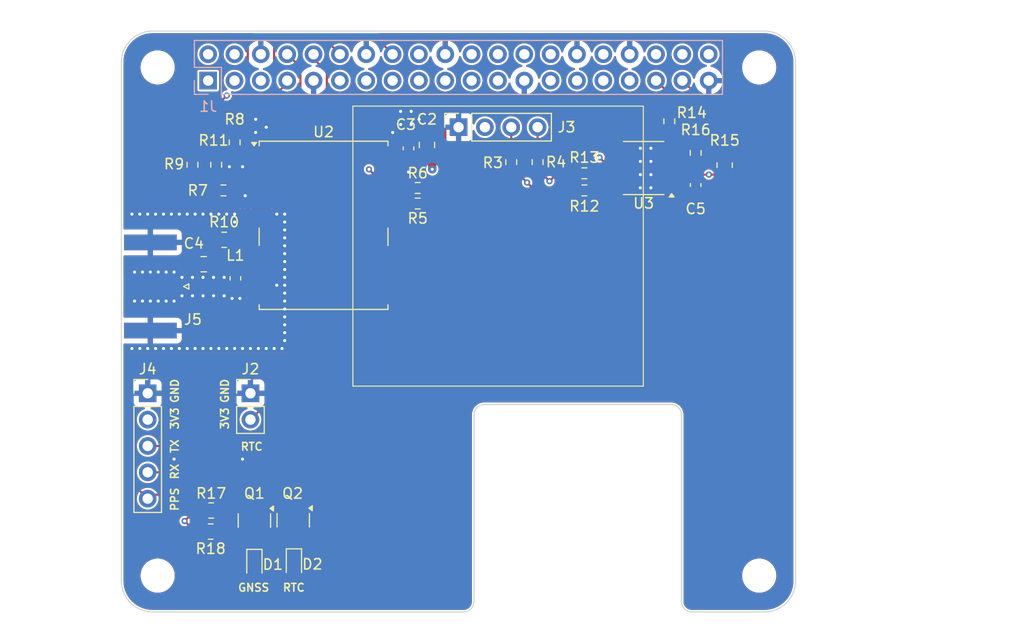
<source format=kicad_pcb>
(kicad_pcb (version 20241229) (generator "pcbnew") (generator_version "9.0")
  (title_block (date "15 nov 2012"))
  (layers (0 "F.Cu" signal) (4 "In1.Cu" signal) (6 "In2.Cu" signal) (2 "B.Cu" signal) (13 "F.Paste" user) (15 "B.Paste" user) (5 "F.SilkS" user "F.Silkscreen") (7 "B.SilkS" user "B.Silkscreen") (1 "F.Mask" user) (3 "B.Mask" user) (25 "Edge.Cuts" user))
  (net 0 "")
  (net 1 "GND")
  (net 2 "/GPIO17")
  (net 3 "/GPIO27")
  (net 4 "/GPIO22")
  (net 5 "/GPIO10{slash}SPI0.MOSI")
  (net 6 "/GPIO9{slash}SPI0.MISO")
  (net 7 "/GPIO25")
  (net 8 "/GPIO11{slash}SPI0.SCLK")
  (net 9 "/GPIO8{slash}SPI0.CE0")
  (net 10 "/GPIO7{slash}SPI0.CE1")
  (net 11 "/ID_SDA")
  (net 12 "/ID_SCL")
  (net 13 "/GPIO5")
  (net 14 "/GPIO6")
  (net 15 "/GPIO12{slash}PWM0")
  (net 16 "/GPIO13{slash}PWM1")
  (net 17 "/GPIO16")
  (net 18 "/GPIO20{slash}PCM.DIN")
  (net 19 "/GPIO21{slash}PCM.DOUT")
  (net 20 "+5V")
  (net 21 "UART_TX")
  (net 22 "+3.3V")
  (net 23 "UART_RX")
  (net 24 "SCL")
  (net 25 "SDA")
  (net 26 "PPS")
  (net 27 "VCC_BCKP")
  (net 28 "RESET")
  (net 29 "SAFEBOOT")
  (net 30 "EXTINT")
  (net 31 "PPS_RTC")
  (net 32 "RTC_RESET")
  (net 33 "Net-(D1-K)")
  (net 34 "Net-(D2-K)")
  (net 35 "Net-(C4-Pad1)")
  (net 36 "Net-(J3-Pin_3)")
  (net 37 "Net-(J3-Pin_4)")
  (net 38 "Net-(J5-In)")
  (net 39 "Net-(U2-TXD)")
  (net 40 "Net-(U2-RXD)")
  (net 41 "Net-(U2-EXTINT)")
  (net 42 "Net-(U2-SAFEBOOT_N)")
  (net 43 "Net-(U2-~{RESET})")
  (net 44 "Net-(U2-VCC_RF)")
  (net 45 "Net-(U2-TIMEPULSE)")
  (net 46 "Net-(U3-SCL)")
  (net 47 "Net-(U3-SDA)")
  (net 48 "Net-(U3-~{RST})")
  (net 49 "Net-(U3-~{INT}{slash}SQW)")
  (net 61 "Net-(D1-A)")
  (net 62 "Net-(D2-A)")
  (footprint "Connector_PinSocket_2.54mm:PinSocket_1x04_P2.54mm_Vertical" (layer "F.Cu") (at 132.512 53.264 90)
    (property "Reference" "J3" (at 0 10.414 180) (layer "F.SilkS"))
    (property "Value" "OLED")
    (pad "1" thru_hole rect (at 0 0 90) (size 1.7 1.7) (drill 1) (layers "*.Cu" "*.Mask") (net 1 "GND"))
    (pad "2" thru_hole oval (at 0 2.54 90) (size 1.7 1.7) (drill 1) (layers "*.Cu" "*.Mask") (net 22 "+3.3V"))
    (pad "3" thru_hole oval (at 0 5.08 90) (size 1.7 1.7) (drill 1) (layers "*.Cu" "*.Mask") (net 36 "Net-(J3-Pin_3)"))
    (pad "4" thru_hole oval (at 0 7.62 90) (size 1.7 1.7) (drill 1) (layers "*.Cu" "*.Mask") (net 37 "Net-(J3-Pin_4)"))
  )
  (footprint "Resistor_SMD:R_0805_2012Metric" (layer "F.Cu") (at 108.6595 90.221)
    (property "Reference" "R17" (at 0 -1.65 0) (layer "F.SilkS"))
    (property "Value" "1k")
    (pad "1" smd roundrect (at -0.9125 0) (size 1.025 1.4) (layers "F.Cu" "F.Mask" "F.Paste") (roundrect_rratio 0.243902) (net 22 "+3.3V"))
    (pad "2" smd roundrect (at 0.9125 0) (size 1.025 1.4) (layers "F.Cu" "F.Mask" "F.Paste") (roundrect_rratio 0.243902) (net 61 "Net-(D1-A)"))
  )
  (footprint "MountingHole:MountingHole_2.7mm_M2.5" (layer "F.Cu") (at 161.5 47.5)
    (property "Reference" "MH2" (hide yes))
    (property "Value" "MountingHole_2.7mm_M2.5" (hide yes))
    (pad "" np_thru_hole circle (at 0 0) (size 2.7 2.7) (drill 2.7) (layers "*.Cu" "*.Mask"))
  )
  (footprint "Resistor_SMD:R_0805_2012Metric" (layer "F.Cu") (at 108.6125 92.253)
    (property "Reference" "R18" (at 0 1.651 0) (layer "F.SilkS"))
    (property "Value" "1k")
    (pad "1" smd roundrect (at -0.9125 0) (size 1.025 1.4) (layers "F.Cu" "F.Mask" "F.Paste") (roundrect_rratio 0.243902) (net 22 "+3.3V"))
    (pad "2" smd roundrect (at 0.9125 0) (size 1.025 1.4) (layers "F.Cu" "F.Mask" "F.Paste") (roundrect_rratio 0.243902) (net 62 "Net-(D2-A)"))
  )
  (footprint "Resistor_SMD:R_0603_1608Metric" (layer "F.Cu") (at 140.132 56.629 -90)
    (property "Reference" "R4" (at 0 -1.778 0) (layer "F.SilkS"))
    (property "Value" "33")
    (pad "1" smd roundrect (at -0.825 0 270) (size 0.8 0.95) (layers "F.Cu" "F.Mask" "F.Paste") (net 37 "Net-(J3-Pin_4)"))
    (pad "2" smd roundrect (at 0.825 0 270) (size 0.8 0.95) (layers "F.Cu" "F.Mask" "F.Paste") (net 25 "SDA"))
  )
  (footprint "Resistor_SMD:R_0603_1608Metric" (layer "F.Cu") (at 155.372 55.741 -90)
    (property "Reference" "R16" (at -2.223 0 180) (layer "F.SilkS"))
    (property "Value" "33")
    (pad "1" smd roundrect (at -0.825 0 270) (size 0.8 0.95) (layers "F.Cu" "F.Mask" "F.Paste") (net 31 "PPS_RTC"))
    (pad "2" smd roundrect (at 0.825 0 270) (size 0.8 0.95) (layers "F.Cu" "F.Mask" "F.Paste") (net 49 "Net-(U3-~{INT}{slash}SQW)"))
  )
  (footprint "Resistor_SMD:R_0603_1608Metric" (layer "F.Cu") (at 137.592 56.629 90)
    (property "Reference" "R3" (at -0.063 -1.778 0) (layer "F.SilkS"))
    (property "Value" "33")
    (pad "1" smd roundrect (at -0.825 0 90) (size 0.8 0.95) (layers "F.Cu" "F.Mask" "F.Paste") (net 24 "SCL"))
    (pad "2" smd roundrect (at 0.825 0 90) (size 0.8 0.95) (layers "F.Cu" "F.Mask" "F.Paste") (net 36 "Net-(J3-Pin_3)"))
  )
  (footprint "Resistor_SMD:R_0603_1608Metric" (layer "F.Cu") (at 109.144 56.883 -90)
    (property "Reference" "R11" (at -2.349 0.254 180) (layer "F.SilkS"))
    (property "Value" "33")
    (pad "1" smd roundrect (at -0.825 0 270) (size 0.8 0.95) (layers "F.Cu" "F.Mask" "F.Paste") (net 26 "PPS"))
    (pad "2" smd roundrect (at 0.825 0 270) (size 0.8 0.95) (layers "F.Cu" "F.Mask" "F.Paste") (net 45 "Net-(U2-TIMEPULSE)"))
  )
  (footprint "Package_TO_SOT_SMD:SOT-23" (layer "F.Cu") (at 116.571 91.1585 -90)
    (property "Reference" "Q2" (at -2.5885 0.061 180) (layer "F.SilkS"))
    (property "Value" "BC846")
    (pad "1" smd roundrect (at -0.9375 -0.95 270) (size 1.475 0.6) (layers "F.Cu" "F.Mask" "F.Paste") (net 31 "PPS_RTC"))
    (pad "2" smd roundrect (at -0.9375 0.95 270) (size 1.475 0.6) (layers "F.Cu" "F.Mask" "F.Paste") (net 1 "GND"))
    (pad "3" smd roundrect (at 0.9375 0 270) (size 1.475 0.6) (layers "F.Cu" "F.Mask" "F.Paste") (net 34 "Net-(D2-K)"))
  )
  (footprint "RF_GPS:ublox_NEO" (layer "F.Cu") (at 119.496 62.724)
    (property "Reference" "U2" (at 0 -9 0) (layer "F.SilkS"))
    (property "Value" "NEO-F10T")
    (pad "1" smd roundrect (at -6 -7) (size 1.8 0.8) (layers "F.Cu" "F.Mask" "F.Paste") (net 42 "Net-(U2-SAFEBOOT_N)"))
    (pad "2" smd roundrect (at -6 -5.9) (size 1.8 0.8) (layers "F.Cu" "F.Mask" "F.Paste"))
    (pad "3" smd roundrect (at -6 -4.8) (size 1.8 0.8) (layers "F.Cu" "F.Mask" "F.Paste") (net 45 "Net-(U2-TIMEPULSE)"))
    (pad "4" smd roundrect (at -6 -3.7) (size 1.8 0.8) (layers "F.Cu" "F.Mask" "F.Paste") (net 41 "Net-(U2-EXTINT)"))
    (pad "5" smd roundrect (at -6 -2.6) (size 1.8 0.8) (layers "F.Cu" "F.Mask" "F.Paste"))
    (pad "6" smd roundrect (at -6 -1.5) (size 1.8 0.8) (layers "F.Cu" "F.Mask" "F.Paste"))
    (pad "7" smd roundrect (at -6 -0.4) (size 1.8 0.8) (layers "F.Cu" "F.Mask" "F.Paste"))
    (pad "8" smd roundrect (at -6 2.6) (size 1.8 0.8) (layers "F.Cu" "F.Mask" "F.Paste") (net 43 "Net-(U2-~{RESET})"))
    (pad "9" smd roundrect (at -6 3.7) (size 1.8 0.8) (layers "F.Cu" "F.Mask" "F.Paste") (net 44 "Net-(U2-VCC_RF)"))
    (pad "10" smd roundrect (at -6 4.8) (size 1.8 0.8) (layers "F.Cu" "F.Mask" "F.Paste") (net 1 "GND"))
    (pad "11" smd roundrect (at -6 5.9) (size 1.8 0.8) (layers "F.Cu" "F.Mask" "F.Paste") (net 38 "Net-(J5-In)"))
    (pad "12" smd roundrect (at -6 7) (size 1.8 0.8) (layers "F.Cu" "F.Mask" "F.Paste") (net 1 "GND"))
    (pad "13" smd roundrect (at 6 7) (size 1.8 0.8) (layers "F.Cu" "F.Mask" "F.Paste") (net 1 "GND"))
    (pad "14" smd roundrect (at 6 5.9) (size 1.8 0.8) (layers "F.Cu" "F.Mask" "F.Paste"))
    (pad "15" smd roundrect (at 6 4.8) (size 1.8 0.8) (layers "F.Cu" "F.Mask" "F.Paste"))
    (pad "16" smd roundrect (at 6 3.7) (size 1.8 0.8) (layers "F.Cu" "F.Mask" "F.Paste"))
    (pad "17" smd roundrect (at 6 2.6) (size 1.8 0.8) (layers "F.Cu" "F.Mask" "F.Paste"))
    (pad "18" smd roundrect (at 6 -0.4) (size 1.8 0.8) (layers "F.Cu" "F.Mask" "F.Paste"))
    (pad "19" smd roundrect (at 6 -1.5) (size 1.8 0.8) (layers "F.Cu" "F.Mask" "F.Paste"))
    (pad "20" smd roundrect (at 6 -2.6) (size 1.8 0.8) (layers "F.Cu" "F.Mask" "F.Paste") (net 39 "Net-(U2-TXD)"))
    (pad "21" smd roundrect (at 6 -3.7) (size 1.8 0.8) (layers "F.Cu" "F.Mask" "F.Paste") (net 40 "Net-(U2-RXD)"))
    (pad "22" smd roundrect (at 6 -4.8) (size 1.8 0.8) (layers "F.Cu" "F.Mask" "F.Paste") (net 27 "VCC_BCKP"))
    (pad "23" smd roundrect (at 6 -5.9) (size 1.8 0.8) (layers "F.Cu" "F.Mask" "F.Paste") (net 22 "+3.3V"))
    (pad "24" smd roundrect (at 6 -7) (size 1.8 0.8) (layers "F.Cu" "F.Mask" "F.Paste") (net 1 "GND"))
  )
  (footprint "Resistor_SMD:R_0805_2012Metric" (layer "F.Cu") (at 158.166 56.9235 -90)
    (property "Reference" "R15" (at -2.3895 0 180) (layer "F.SilkS"))
    (property "Value" "10k")
    (pad "1" smd roundrect (at -0.9125 0 270) (size 1.025 1.4) (layers "F.Cu" "F.Mask" "F.Paste") (roundrect_rratio 0.243902) (net 49 "Net-(U3-~{INT}{slash}SQW)"))
    (pad "2" smd roundrect (at 0.9125 0 270) (size 1.025 1.4) (layers "F.Cu" "F.Mask" "F.Paste") (roundrect_rratio 0.243902) (net 22 "+3.3V"))
  )
  (footprint "MountingHole:MountingHole_2.7mm_M2.5" (layer "F.Cu") (at 103.5 96.5)
    (property "Reference" "MH3" (hide yes))
    (property "Value" "MountingHole_2.7mm_M2.5" (hide yes))
    (pad "" np_thru_hole circle (at 0 0) (size 2.7 2.7) (drill 2.7) (layers "*.Cu" "*.Mask"))
  )
  (footprint "Capacitor_SMD:C_0603_1608Metric" (layer "F.Cu") (at 127.686 55.309 -90)
    (property "Reference" "C3" (at -2.299 0.254 180) (layer "F.SilkS"))
    (property "Value" "1u")
    (pad "1" smd roundrect (at -0.775 0 270) (size 0.9 0.95) (layers "F.Cu" "F.Mask" "F.Paste") (net 1 "GND"))
    (pad "2" smd roundrect (at 0.775 0 270) (size 0.9 0.95) (layers "F.Cu" "F.Mask" "F.Paste") (net 22 "+3.3V"))
  )
  (footprint "Capacitor_SMD:C_0805_2012Metric" (layer "F.Cu") (at 107.94 66.472 180)
    (property "Reference" "C4" (at 0.95 2 0) (layer "F.SilkS"))
    (property "Value" "10n")
    (pad "1" smd roundrect (at -0.95 0 180) (size 1 1.45) (layers "F.Cu" "F.Mask" "F.Paste") (net 35 "Net-(C4-Pad1)"))
    (pad "2" smd roundrect (at 0.95 0 180) (size 1 1.45) (layers "F.Cu" "F.Mask" "F.Paste") (net 1 "GND"))
  )
  (footprint "Resistor_SMD:R_0603_1608Metric" (layer "F.Cu") (at 110.922 54.725 -90)
    (property "Reference" "R8" (at -2.223 0 180) (layer "F.SilkS"))
    (property "Value" "33")
    (pad "1" smd roundrect (at -0.825 0 270) (size 0.8 0.95) (layers "F.Cu" "F.Mask" "F.Paste") (net 29 "SAFEBOOT"))
    (pad "2" smd roundrect (at 0.825 0 270) (size 0.8 0.95) (layers "F.Cu" "F.Mask" "F.Paste") (net 42 "Net-(U2-SAFEBOOT_N)"))
  )
  (footprint "Connector_PinHeader_2.54mm:PinHeader_1x02_P2.54mm_Vertical" (layer "F.Cu") (at 112.446 78.918)
    (property "Reference" "J2" (at 0 -2.33 0) (layer "F.SilkS"))
    (property "Value" "BCKP_PWR")
    (pad "1" thru_hole rect (at 0 0) (size 1.7 1.7) (drill 1) (layers "*.Cu" "*.Mask") (net 1 "GND"))
    (pad "2" thru_hole oval (at 0 2.54) (size 1.7 1.7) (drill 1) (layers "*.Cu" "*.Mask") (net 27 "VCC_BCKP"))
  )
  (footprint "MountingHole:MountingHole_2.7mm_M2.5" (layer "F.Cu") (at 103.5 47.5)
    (property "Reference" "MH1" (hide yes))
    (property "Value" "MountingHole_2.7mm_M2.5" (hide yes))
    (pad "" np_thru_hole circle (at 0 0) (size 2.7 2.7) (drill 2.7) (layers "*.Cu" "*.Mask"))
  )
  (footprint "Resistor_SMD:R_0603_1608Metric" (layer "F.Cu") (at 144.641 59.36)
    (property "Reference" "R12" (at 0 1.524 0) (layer "F.SilkS"))
    (property "Value" "33")
    (pad "1" smd roundrect (at -0.825 0) (size 0.8 0.95) (layers "F.Cu" "F.Mask" "F.Paste") (net 24 "SCL"))
    (pad "2" smd roundrect (at 0.825 0) (size 0.8 0.95) (layers "F.Cu" "F.Mask" "F.Paste") (net 46 "Net-(U3-SCL)"))
  )
  (footprint "Connector_PinHeader_2.54mm:PinHeader_1x05_P2.54mm_Vertical" (layer "F.Cu") (at 102.54 78.918)
    (property "Reference" "J4" (at 0 -2.33 0) (layer "F.SilkS"))
    (property "Value" "EXTERNAL")
    (pad "1" thru_hole rect (at 0 0) (size 1.7 1.7) (drill 1) (layers "*.Cu" "*.Mask") (net 1 "GND"))
    (pad "2" thru_hole oval (at 0 2.54) (size 1.7 1.7) (drill 1) (layers "*.Cu" "*.Mask") (net 22 "+3.3V"))
    (pad "3" thru_hole oval (at 0 5.08) (size 1.7 1.7) (drill 1) (layers "*.Cu" "*.Mask") (net 21 "UART_TX"))
    (pad "4" thru_hole oval (at 0 7.62) (size 1.7 1.7) (drill 1) (layers "*.Cu" "*.Mask") (net 23 "UART_RX"))
    (pad "5" thru_hole oval (at 0 10.16) (size 1.7 1.7) (drill 1) (layers "*.Cu" "*.Mask") (net 26 "PPS"))
  )
  (footprint "Capacitor_SMD:C_0805_2012Metric" (layer "F.Cu") (at 129.464 54.976 -90)
    (property "Reference" "C2" (at -2.474 0 180) (layer "F.SilkS"))
    (property "Value" "22u")
    (pad "1" smd roundrect (at -0.95 0 270) (size 1 1.45) (layers "F.Cu" "F.Mask" "F.Paste") (net 1 "GND"))
    (pad "2" smd roundrect (at 0.95 0 270) (size 1 1.45) (layers "F.Cu" "F.Mask" "F.Paste") (net 22 "+3.3V"))
  )
  (footprint "Resistor_SMD:R_0603_1608Metric" (layer "F.Cu") (at 152.832 52.693 90)
    (property "Reference" "R14" (at 0.826 2.159 180) (layer "F.SilkS"))
    (property "Value" "33")
    (pad "1" smd roundrect (at -0.825 0 90) (size 0.8 0.95) (layers "F.Cu" "F.Mask" "F.Paste") (net 48 "Net-(U3-~{RST})"))
    (pad "2" smd roundrect (at 0.825 0 90) (size 0.8 0.95) (layers "F.Cu" "F.Mask" "F.Paste") (net 32 "RTC_RESET"))
  )
  (footprint "Inductor_SMD:L_0603_1608Metric" (layer "F.Cu") (at 110.996 67.8365 -90)
    (property "Reference" "L1" (at -2.2125 0 180) (layer "F.SilkS"))
    (property "Value" "47n")
    (pad "1" smd roundrect (at -0.7875 0 270) (size 0.875 0.95) (layers "F.Cu" "F.Mask" "F.Paste") (net 35 "Net-(C4-Pad1)"))
    (pad "2" smd roundrect (at 0.7875 0 270) (size 0.875 0.95) (layers "F.Cu" "F.Mask" "F.Paste") (net 38 "Net-(J5-In)"))
  )
  (footprint "Resistor_SMD:R_0603_1608Metric" (layer "F.Cu") (at 144.641 57.709 180)
    (property "Reference" "R13" (at 0 1.524 0) (layer "F.SilkS"))
    (property "Value" "33")
    (pad "1" smd roundrect (at -0.825 0 180) (size 0.8 0.95) (layers "F.Cu" "F.Mask" "F.Paste") (net 47 "Net-(U3-SDA)"))
    (pad "2" smd roundrect (at 0.825 0 180) (size 0.8 0.95) (layers "F.Cu" "F.Mask" "F.Paste") (net 25 "SDA"))
  )
  (footprint "Package_SO:SOIC-8_3.9x4.9mm_P1.27mm" (layer "F.Cu") (at 150.357 57.201 180)
    (property "Reference" "U3" (at 0 -3.4 0) (layer "F.SilkS"))
    (property "Value" "DS3231MZ")
    (pad "1" smd roundrect (at -2.475 -1.905 180) (size 1.95 0.6) (layers "F.Cu" "F.Mask" "F.Paste"))
    (pad "2" smd roundrect (at -2.475 -0.635 180) (size 1.95 0.6) (layers "F.Cu" "F.Mask" "F.Paste") (net 22 "+3.3V"))
    (pad "3" smd roundrect (at -2.475 0.635 180) (size 1.95 0.6) (layers "F.Cu" "F.Mask" "F.Paste") (net 49 "Net-(U3-~{INT}{slash}SQW)"))
    (pad "4" smd roundrect (at -2.475 1.905 180) (size 1.95 0.6) (layers "F.Cu" "F.Mask" "F.Paste") (net 48 "Net-(U3-~{RST})"))
    (pad "5" smd roundrect (at 2.475 1.905 180) (size 1.95 0.6) (layers "F.Cu" "F.Mask" "F.Paste") (net 1 "GND"))
    (pad "6" smd roundrect (at 2.475 0.635 180) (size 1.95 0.6) (layers "F.Cu" "F.Mask" "F.Paste") (net 27 "VCC_BCKP"))
    (pad "7" smd roundrect (at 2.475 -0.635 180) (size 1.95 0.6) (layers "F.Cu" "F.Mask" "F.Paste") (net 47 "Net-(U3-SDA)"))
    (pad "8" smd roundrect (at 2.475 -1.905 180) (size 1.95 0.6) (layers "F.Cu" "F.Mask" "F.Paste") (net 46 "Net-(U3-SCL)"))
  )
  (footprint "MountingHole:MountingHole_2.7mm_M2.5" (layer "F.Cu") (at 161.5 96.5)
    (property "Reference" "MH4" (hide yes))
    (property "Value" "MountingHole_2.7mm_M2.5" (hide yes))
    (pad "" np_thru_hole circle (at 0 0) (size 2.7 2.7) (drill 2.7) (layers "*.Cu" "*.Mask"))
  )
  (footprint "LED_SMD:LED_0603_1608Metric" (layer "F.Cu") (at 116.637 95.4025 -90)
    (property "Reference" "D2" (at 0 -1.778 180) (layer "F.SilkS"))
    (property "Value" "LED")
    (pad "1" smd roundrect (at -0.7875 0 270) (size 0.875 0.95) (layers "F.Cu" "F.Mask" "F.Paste") (net 34 "Net-(D2-K)"))
    (pad "2" smd roundrect (at 0.7875 0 270) (size 0.875 0.95) (layers "F.Cu" "F.Mask" "F.Paste") (net 62 "Net-(D2-A)"))
  )
  (footprint "Package_TO_SOT_SMD:SOT-23" (layer "F.Cu") (at 112.827 91.1885 -90)
    (property "Reference" "Q1" (at -2.6185 0 180) (layer "F.SilkS"))
    (property "Value" "BC846")
    (pad "1" smd roundrect (at -0.9375 -0.95 270) (size 1.475 0.6) (layers "F.Cu" "F.Mask" "F.Paste") (net 26 "PPS"))
    (pad "2" smd roundrect (at -0.9375 0.95 270) (size 1.475 0.6) (layers "F.Cu" "F.Mask" "F.Paste") (net 1 "GND"))
    (pad "3" smd roundrect (at 0.9375 0 270) (size 1.475 0.6) (layers "F.Cu" "F.Mask" "F.Paste") (net 33 "Net-(D1-K)"))
  )
  (footprint "LED_SMD:LED_0603_1608Metric" (layer "F.Cu") (at 112.827 95.4535 -90)
    (property "Reference" "D1" (at -0.0255 -1.778 180) (layer "F.SilkS"))
    (property "Value" "LED")
    (pad "1" smd roundrect (at -0.7875 0 270) (size 0.875 0.95) (layers "F.Cu" "F.Mask" "F.Paste") (net 33 "Net-(D1-K)"))
    (pad "2" smd roundrect (at 0.7875 0 270) (size 0.875 0.95) (layers "F.Cu" "F.Mask" "F.Paste") (net 61 "Net-(D1-A)"))
  )
  (footprint "Resistor_SMD:R_0603_1608Metric" (layer "F.Cu") (at 128.571 59.124)
    (property "Reference" "R6" (at 0 -1.43 0) (layer "F.SilkS"))
    (property "Value" "33")
    (pad "1" smd roundrect (at -0.825 0) (size 0.8 0.95) (layers "F.Cu" "F.Mask" "F.Paste") (net 40 "Net-(U2-RXD)"))
    (pad "2" smd roundrect (at 0.825 0) (size 0.8 0.95) (layers "F.Cu" "F.Mask" "F.Paste") (net 21 "UART_TX"))
  )
  (footprint "Resistor_SMD:R_0603_1608Metric" (layer "F.Cu") (at 128.571 60.624 180)
    (property "Reference" "R5" (at 0 -1.43 0) (layer "F.SilkS"))
    (property "Value" "33")
    (pad "1" smd roundrect (at -0.825 0 180) (size 0.8 0.95) (layers "F.Cu" "F.Mask" "F.Paste") (net 23 "UART_RX"))
    (pad "2" smd roundrect (at 0.825 0 180) (size 0.8 0.95) (layers "F.Cu" "F.Mask" "F.Paste") (net 39 "Net-(U2-TXD)"))
  )
  (footprint "Resistor_SMD:R_0805_2012Metric" (layer "F.Cu") (at 109.9085 64.124 180)
    (property "Reference" "R10" (at 0.0025 1.716 0) (layer "F.SilkS"))
    (property "Value" "10")
    (pad "1" smd roundrect (at -0.9125 0 180) (size 1.025 1.4) (layers "F.Cu" "F.Mask" "F.Paste") (roundrect_rratio 0.243902) (net 44 "Net-(U2-VCC_RF)"))
    (pad "2" smd roundrect (at 0.9125 0 180) (size 1.025 1.4) (layers "F.Cu" "F.Mask" "F.Paste") (roundrect_rratio 0.243902) (net 35 "Net-(C4-Pad1)"))
  )
  (footprint "Resistor_SMD:R_0603_1608Metric" (layer "F.Cu") (at 106.858 56.883 90)
    (property "Reference" "R9" (at 0.063 -1.778 180) (layer "F.SilkS"))
    (property "Value" "33")
    (pad "1" smd roundrect (at -0.825 0 90) (size 0.8 0.95) (layers "F.Cu" "F.Mask" "F.Paste") (net 43 "Net-(U2-~{RESET})"))
    (pad "2" smd roundrect (at 0.825 0 90) (size 0.8 0.95) (layers "F.Cu" "F.Mask" "F.Paste") (net 28 "RESET"))
  )
  (footprint "Connector_Coaxial:SMA_Amphenol_132289_EdgeMount" (layer "F.Cu") (at 102.794 68.624 180)
    (property "Reference" "J5" (at -4.108 -3.182 180) (layer "F.SilkS"))
    (property "Value" "SMA")
    (pad "1" smd rect (at 0 0 270) (size 1.5 5.08) (layers "F.Cu" "F.Mask" "F.Paste") (net 38 "Net-(J5-In)"))
    (pad "2" smd rect (at 0 -4.25 270) (size 1.5 5.08) (layers "F.Cu" "F.Mask" "F.Paste") (net 1 "GND"))
    (pad "2" smd rect (at 0 -4.25 270) (size 1.5 5.08) (layers "B.Cu" "B.Mask" "B.Paste") (net 1 "GND"))
    (pad "2" smd rect (at 0 4.25 270) (size 1.5 5.08) (layers "F.Cu" "F.Mask" "F.Paste") (net 1 "GND"))
    (pad "2" smd rect (at 0 4.25 270) (size 1.5 5.08) (layers "B.Cu" "B.Mask" "B.Paste") (net 1 "GND"))
  )
  (footprint "Resistor_SMD:R_0603_1608Metric" (layer "F.Cu") (at 109.843 59.36)
    (property "Reference" "R7" (at -2.477 0 0) (layer "F.SilkS"))
    (property "Value" "33")
    (pad "1" smd roundrect (at -0.825 0) (size 0.8 0.95) (layers "F.Cu" "F.Mask" "F.Paste") (net 30 "EXTINT"))
    (pad "2" smd roundrect (at 0.825 0) (size 0.8 0.95) (layers "F.Cu" "F.Mask" "F.Paste") (net 41 "Net-(U2-EXTINT)"))
  )
  (footprint "Capacitor_SMD:C_0603_1608Metric" (layer "F.Cu") (at 155.372 58.839 -90)
    (property "Reference" "C5" (at 2.299 0 180) (layer "F.SilkS"))
    (property "Value" "1u")
    (pad "1" smd roundrect (at -0.775 0 270) (size 0.9 0.95) (layers "F.Cu" "F.Mask" "F.Paste") (net 22 "+3.3V"))
    (pad "2" smd roundrect (at 0.775 0 270) (size 0.9 0.95) (layers "F.Cu" "F.Mask" "F.Paste") (net 1 "GND"))
  )
  (footprint "Connector_PinSocket_2.54mm:PinSocket_2x20_P2.54mm_Vertical" (layer "B.Cu") (at 108.37 48.77 -90)
    (property "Reference" "J1" (at 2.5 0 0) (layer "B.SilkS") (effects (justify mirror)))
    (property "Value" "GPIO")
    (pad "1" thru_hole rect (at 0 0 270) (size 1.7 1.7) (drill 1) (layers "*.Cu" "*.Mask") (net 22 "+3.3V"))
    (pad "2" thru_hole oval (at -2.54 0 270) (size 1.7 1.7) (drill 1) (layers "*.Cu" "*.Mask") (net 20 "+5V"))
    (pad "3" thru_hole oval (at 0 -2.54 270) (size 1.7 1.7) (drill 1) (layers "*.Cu" "*.Mask") (net 25 "SDA"))
    (pad "4" thru_hole oval (at -2.54 -2.54 270) (size 1.7 1.7) (drill 1) (layers "*.Cu" "*.Mask") (net 20 "+5V"))
    (pad "5" thru_hole oval (at 0 -5.08 270) (size 1.7 1.7) (drill 1) (layers "*.Cu" "*.Mask") (net 24 "SCL"))
    (pad "6" thru_hole oval (at -2.54 -5.08 270) (size 1.7 1.7) (drill 1) (layers "*.Cu" "*.Mask") (net 1 "GND"))
    (pad "7" thru_hole oval (at 0 -7.62 270) (size 1.7 1.7) (drill 1) (layers "*.Cu" "*.Mask") (net 26 "PPS"))
    (pad "8" thru_hole oval (at -2.54 -7.62 270) (size 1.7 1.7) (drill 1) (layers "*.Cu" "*.Mask") (net 21 "UART_TX"))
    (pad "9" thru_hole oval (at 0 -10.16 270) (size 1.7 1.7) (drill 1) (layers "*.Cu" "*.Mask") (net 1 "GND"))
    (pad "10" thru_hole oval (at -2.54 -10.16 270) (size 1.7 1.7) (drill 1) (layers "*.Cu" "*.Mask") (net 23 "UART_RX"))
    (pad "11" thru_hole oval (at 0 -12.7 270) (size 1.7 1.7) (drill 1) (layers "*.Cu" "*.Mask") (net 2 "/GPIO17"))
    (pad "12" thru_hole oval (at -2.54 -12.7 270) (size 1.7 1.7) (drill 1) (layers "*.Cu" "*.Mask") (net 29 "SAFEBOOT"))
    (pad "13" thru_hole oval (at 0 -15.24 270) (size 1.7 1.7) (drill 1) (layers "*.Cu" "*.Mask") (net 3 "/GPIO27"))
    (pad "14" thru_hole oval (at -2.54 -15.24 270) (size 1.7 1.7) (drill 1) (layers "*.Cu" "*.Mask") (net 1 "GND"))
    (pad "15" thru_hole oval (at 0 -17.78 270) (size 1.7 1.7) (drill 1) (layers "*.Cu" "*.Mask") (net 4 "/GPIO22"))
    (pad "16" thru_hole oval (at -2.54 -17.78 270) (size 1.7 1.7) (drill 1) (layers "*.Cu" "*.Mask") (net 30 "EXTINT"))
    (pad "17" thru_hole oval (at 0 -20.32 270) (size 1.7 1.7) (drill 1) (layers "*.Cu" "*.Mask") (net 22 "+3.3V"))
    (pad "18" thru_hole oval (at -2.54 -20.32 270) (size 1.7 1.7) (drill 1) (layers "*.Cu" "*.Mask") (net 28 "RESET"))
    (pad "19" thru_hole oval (at 0 -22.86 270) (size 1.7 1.7) (drill 1) (layers "*.Cu" "*.Mask") (net 5 "/GPIO10{slash}SPI0.MOSI"))
    (pad "20" thru_hole oval (at -2.54 -22.86 270) (size 1.7 1.7) (drill 1) (layers "*.Cu" "*.Mask") (net 1 "GND"))
    (pad "21" thru_hole oval (at 0 -25.4 270) (size 1.7 1.7) (drill 1) (layers "*.Cu" "*.Mask") (net 6 "/GPIO9{slash}SPI0.MISO"))
    (pad "22" thru_hole oval (at -2.54 -25.4 270) (size 1.7 1.7) (drill 1) (layers "*.Cu" "*.Mask") (net 7 "/GPIO25"))
    (pad "23" thru_hole oval (at 0 -27.94 270) (size 1.7 1.7) (drill 1) (layers "*.Cu" "*.Mask") (net 8 "/GPIO11{slash}SPI0.SCLK"))
    (pad "24" thru_hole oval (at -2.54 -27.94 270) (size 1.7 1.7) (drill 1) (layers "*.Cu" "*.Mask") (net 9 "/GPIO8{slash}SPI0.CE0"))
    (pad "25" thru_hole oval (at 0 -30.48 270) (size 1.7 1.7) (drill 1) (layers "*.Cu" "*.Mask") (net 1 "GND"))
    (pad "26" thru_hole oval (at -2.54 -30.48 270) (size 1.7 1.7) (drill 1) (layers "*.Cu" "*.Mask") (net 10 "/GPIO7{slash}SPI0.CE1"))
    (pad "27" thru_hole oval (at 0 -33.02 270) (size 1.7 1.7) (drill 1) (layers "*.Cu" "*.Mask") (net 11 "/ID_SDA"))
    (pad "28" thru_hole oval (at -2.54 -33.02 270) (size 1.7 1.7) (drill 1) (layers "*.Cu" "*.Mask") (net 12 "/ID_SCL"))
    (pad "29" thru_hole oval (at 0 -35.56 270) (size 1.7 1.7) (drill 1) (layers "*.Cu" "*.Mask") (net 13 "/GPIO5"))
    (pad "30" thru_hole oval (at -2.54 -35.56 270) (size 1.7 1.7) (drill 1) (layers "*.Cu" "*.Mask") (net 1 "GND"))
    (pad "31" thru_hole oval (at 0 -38.1 270) (size 1.7 1.7) (drill 1) (layers "*.Cu" "*.Mask") (net 14 "/GPIO6"))
    (pad "32" thru_hole oval (at -2.54 -38.1 270) (size 1.7 1.7) (drill 1) (layers "*.Cu" "*.Mask") (net 15 "/GPIO12{slash}PWM0"))
    (pad "33" thru_hole oval (at 0 -40.64 270) (size 1.7 1.7) (drill 1) (layers "*.Cu" "*.Mask") (net 16 "/GPIO13{slash}PWM1"))
    (pad "34" thru_hole oval (at -2.54 -40.64 270) (size 1.7 1.7) (drill 1) (layers "*.Cu" "*.Mask") (net 1 "GND"))
    (pad "35" thru_hole oval (at 0 -43.18 270) (size 1.7 1.7) (drill 1) (layers "*.Cu" "*.Mask") (net 32 "RTC_RESET"))
    (pad "36" thru_hole oval (at -2.54 -43.18 270) (size 1.7 1.7) (drill 1) (layers "*.Cu" "*.Mask") (net 17 "/GPIO16"))
    (pad "37" thru_hole oval (at 0 -45.72 270) (size 1.7 1.7) (drill 1) (layers "*.Cu" "*.Mask") (net 31 "PPS_RTC"))
    (pad "38" thru_hole oval (at -2.54 -45.72 270) (size 1.7 1.7) (drill 1) (layers "*.Cu" "*.Mask") (net 18 "/GPIO20{slash}PCM.DIN"))
    (pad "39" thru_hole oval (at 0 -48.26 270) (size 1.7 1.7) (drill 1) (layers "*.Cu" "*.Mask") (net 1 "GND"))
    (pad "40" thru_hole oval (at -2.54 -48.26 270) (size 1.7 1.7) (drill 1) (layers "*.Cu" "*.Mask") (net 19 "/GPIO21{slash}PCM.DOUT"))
  )
  (gr_line (start 122.322 51.232) (end 150.322 51.232) (stroke (width 0.1)) (layer "F.SilkS"))
  (gr_line (start 150.322 78.232) (end 122.322 78.232) (stroke (width 0.1)) (layer "F.SilkS"))
  (gr_line (start 122.322 78.232) (end 122.322 51.232) (stroke (width 0.1)) (layer "F.SilkS"))
  (gr_line (start 150.322 51.232) (end 150.322 78.232) (stroke (width 0.1)) (layer "F.SilkS"))
  (gr_arc (start 162 44) (mid 164.12132 44.87868) (end 165 47) (stroke (width 0.1)) (layer "Edge.Cuts"))
  (gr_line (start 165 97) (end 165 47) (stroke (width 0.1)) (layer "Edge.Cuts"))
  (gr_arc (start 134 81) (mid 134.292893 80.292893) (end 135 80) (stroke (width 0.1)) (layer "Edge.Cuts"))
  (gr_line (start 100 47) (end 100 81) (stroke (width 0.1)) (layer "Edge.Cuts"))
  (gr_line (start 134 99) (end 134 81) (stroke (width 0.1)) (layer "Edge.Cuts"))
  (gr_arc (start 153 80) (mid 153.707107 80.292893) (end 154 81) (stroke (width 0.1)) (layer "Edge.Cuts"))
  (gr_arc (start 103 100) (mid 100.87868 99.12132) (end 100 97) (stroke (width 0.1)) (layer "Edge.Cuts"))
  (gr_line (start 103 100) (end 133 100) (stroke (width 0.1)) (layer "Edge.Cuts"))
  (gr_arc (start 155 100) (mid 154.292893 99.707107) (end 154 99) (stroke (width 0.1)) (layer "Edge.Cuts"))
  (gr_line (start 155 100) (end 162 100) (stroke (width 0.1)) (layer "Edge.Cuts"))
  (gr_arc (start 165 97) (mid 164.12132 99.12132) (end 162 100) (stroke (width 0.1)) (layer "Edge.Cuts"))
  (gr_arc (start 100 47) (mid 100.87868 44.87868) (end 103 44) (stroke (width 0.1)) (layer "Edge.Cuts"))
  (gr_line (start 135 80) (end 153 80) (stroke (width 0.1)) (layer "Edge.Cuts"))
  (gr_line (start 100 81) (end 100 97) (stroke (width 0.1)) (layer "Edge.Cuts"))
  (gr_arc (start 134 99) (mid 133.707107 99.707107) (end 133 100) (stroke (width 0.1)) (layer "Edge.Cuts"))
  (gr_line (start 154 99) (end 154 81) (stroke (width 0.1)) (layer "Edge.Cuts"))
  (gr_line (start 162 44) (end 103 44) (stroke (width 0.1)) (layer "Edge.Cuts"))
  (gr_text "GNSS" (at 111.176 98.095 0) (layer "F.SilkS") (effects (font (size 0.75 0.75) (thickness 0.15) (bold yes)) (justify left bottom)))
  (gr_text "3V3" (at 110.414 82.474 90) (layer "F.SilkS") (effects (font (size 0.75 0.75) (thickness 0.15) (bold yes)) (justify left bottom)))
  (gr_text "RTC\n" (at 111.43 84.506 0) (layer "F.SilkS") (effects (font (size 0.75 0.75) (thickness 0.15) (bold yes)) (justify left bottom)))
  (gr_text "RTC" (at 115.494 98.095 0) (layer "F.SilkS") (effects (font (size 0.75 0.75) (thickness 0.15) (bold yes)) (justify left bottom)))
  (gr_text "GND" (at 105.588 79.934 90) (layer "F.SilkS") (effects (font (size 0.75 0.75) (thickness 0.15) (bold yes)) (justify left bottom)))
  (gr_text "PPS" (at 105.588 90.348 90) (layer "F.SilkS") (effects (font (size 0.75 0.75) (thickness 0.15) (bold yes)) (justify left bottom)))
  (gr_text "GND" (at 110.414 79.934 90) (layer "F.SilkS") (effects (font (size 0.75 0.75) (thickness 0.15) (bold yes)) (justify left bottom)))
  (gr_text "TX\n" (at 105.588 84.76 90) (layer "F.SilkS") (effects (font (size 0.75 0.75) (thickness 0.15) (bold yes)) (justify left bottom)))
  (gr_text "3V3" (at 105.588 82.474 90) (layer "F.SilkS") (effects (font (size 0.75 0.75) (thickness 0.15) (bold yes)) (justify left bottom)))
  (gr_text "RX\n" (at 105.588 87.3 90) (layer "F.SilkS") (effects (font (size 0.75 0.75) (thickness 0.15) (bold yes)) (justify left bottom)))
  (via (at 114.986 61.646) (size 0.6) (drill 0.3) (layers "F.Cu" "B.Cu") (net 1))
  (via (at 107.874 67.742) (size 0.6) (drill 0.3) (layers "F.Cu" "B.Cu") (net 1))
  (via (at 111.43 69.774) (size 0.6) (drill 0.3) (layers "F.Cu" "B.Cu") (net 1))
  (via (at 126.924 51.74) (size 0.6) (drill 0.3) (layers "F.Cu" "B.Cu") (net 1))
  (via (at 109.398 61.646) (size 0.6) (drill 0.3) (layers "F.Cu" "B.Cu") (net 1))
  (via (at 128.702 52.502) (size 0.6) (drill 0.3) (layers "F.Cu" "B.Cu") (net 1))
  (via (at 110.414 57.074) (size 0.6) (drill 0.3) (layers "F.Cu" "B.Cu") (net 1))
  (via (at 105.08 70.028) (size 0.6) (drill 0.3) (layers "F.Cu" "B.Cu") (net 1))
  (via (at 114.986 68.504) (size 0.6) (drill 0.3) (layers "F.Cu" "B.Cu") (net 1))
  (via (at 111.684 74.6) (size 0.6) (drill 0.3) (layers "F.Cu" "B.Cu") (net 1))
  (via (at 111.684 85.268) (size 0.6) (drill 0.3) (layers "F.Cu" "B.Cu") (net 1))
  (via (at 101.27 67.234) (size 0.6) (drill 0.3) (layers "F.Cu" "B.Cu") (net 1))
  (via (at 105.842 67.742) (size 0.6) (drill 0.3) (layers "F.Cu" "B.Cu") (net 1))
  (via (at 109.906 67.742) (size 0.6) (drill 0.3) (layers "F.Cu" "B.Cu") (net 1))
  (via (at 151.054 57.836) (size 0.6) (drill 0.3) (layers "F.Cu" "B.Cu") (net 1))
  (via (at 115.748 72.314) (size 0.6) (drill 0.3) (layers "F.Cu" "B.Cu") (net 1))
  (via (at 101.016 74.6) (size 0.6) (drill 0.3) (layers "F.Cu" "B.Cu") (net 1))
  (via (at 109.398 74.6) (size 0.6) (drill 0.3) (layers "F.Cu" "B.Cu") (net 1))
  (via (at 104.826 74.6) (size 0.6) (drill 0.3) (layers "F.Cu" "B.Cu") (net 1))
  (via (at 102.54 61.646) (size 0.6) (drill 0.3) (layers "F.Cu" "B.Cu") (net 1))
  (via (at 115.748 70.79) (size 0.6) (drill 0.3) (layers "F.Cu" "B.Cu") (net 1))
  (via (at 101.27 70.028) (size 0.6) (drill 0.3) (layers "F.Cu" "B.Cu") (net 1))
  (via (at 115.748 73.838) (size 0.6) (drill 0.3) (layers "F.Cu" "B.Cu") (net 1))
  (via (at 115.748 66.218) (size 0.6) (drill 0.3) (layers "F.Cu" "B.Cu") (net 1))
  (via (at 151.054 56.566) (size 0.6) (drill 0.3) (layers "F.Cu" "B.Cu") (net 1))
  (via (at 106.35 61.646) (size 0.6) (drill 0.3) (layers "F.Cu" "B.Cu") (net 1))
  (via (at 112.954 53.772) (size 0.6) (drill 0.3) (layers "F.Cu" "B.Cu") (net 1))
  (via (at 108.89 67.742) (size 0.6) (drill 0.3) (layers "F.Cu" "B.Cu") (net 1))
  (via (at 115.748 61.646) (size 0.6) (drill 0.3) (layers "F.Cu" "B.Cu") (net 1))
  (via (at 151.054 59.106) (size 0.6) (drill 0.3) (layers "F.Cu" "B.Cu") (net 1))
  (via (at 105.08 85.268) (size 0.6) (drill 0.3) (layers "F.Cu" "B.Cu") (net 1))
  (via (at 115.748 63.17) (size 0.6) (drill 0.3) (layers "F.Cu" "B.Cu") (net 1))
  (via (at 115.494 74.6) (size 0.6) (drill 0.3) (layers "F.Cu" "B.Cu") (net 1))
  (via (at 105.588 74.6) (size 0.6) (drill 0.3) (layers "F.Cu" "B.Cu") (net 1))
  (via (at 127.686 57.582) (size 0.6) (drill 0.3) (layers "F.Cu" "B.Cu") (net 1))
  (via (at 106.858 67.742) (size 0.6) (drill 0.3) (layers "F.Cu" "B.Cu") (net 1))
  (via (at 101.778 74.6) (size 0.6) (drill 0.3) (layers "F.Cu" "B.Cu") (net 1))
  (via (at 105.842 69.52) (size 0.6) (drill 0.3) (layers "F.Cu" "B.Cu") (net 1))
  (via (at 109.906 69.52) (size 0.6) (drill 0.3) (layers "F.Cu" "B.Cu") (net 1))
  (via (at 115.748 70.028) (size 0.6) (drill 0.3) (layers "F.Cu" "B.Cu") (net 1))
  (via (at 106.858 69.52) (size 0.6) (drill 0.3) (layers "F.Cu" "B.Cu") (net 1))
  (via (at 150.038 56.566) (size 0.6) (drill 0.3) (layers "F.Cu" "B.Cu") (net 1))
  (via (at 102.032 67.234) (size 0.6) (drill 0.3) (layers "F.Cu" "B.Cu") (net 1))
  (via (at 115.748 64.694) (size 0.6) (drill 0.3) (layers "F.Cu" "B.Cu") (net 1))
  (via (at 115.748 67.742) (size 0.6) (drill 0.3) (layers "F.Cu" "B.Cu") (net 1))
  (via (at 108.636 61.646) (size 0.6) (drill 0.3) (layers "F.Cu" "B.Cu") (net 1))
  (via (at 102.794 70.028) (size 0.6) (drill 0.3) (layers "F.Cu" "B.Cu") (net 1))
  (via (at 112.446 74.6) (size 0.6) (drill 0.3) (layers "F.Cu" "B.Cu") (net 1))
  (via (at 110.16 74.6) (size 0.6) (drill 0.3) (layers "F.Cu" "B.Cu") (net 1))
  (via (at 104.064 74.6) (size 0.6) (drill 0.3) (layers "F.Cu" "B.Cu") (net 1))
  (via (at 106.35 74.6) (size 0.6) (drill 0.3) (layers "F.Cu" "B.Cu") (net 1))
  (via (at 111.938 59.868) (size 0.6) (drill 0.3) (layers "F.Cu" "B.Cu") (net 1))
  (via (at 104.064 61.646) (size 0.6) (drill 0.3) (layers "F.Cu" "B.Cu") (net 1))
  (via (at 114.732 74.6) (size 0.6) (drill 0.3) (layers "F.Cu" "B.Cu") (net 1))
  (via (at 110.668 69.774) (size 0.6) (drill 0.3) (layers "F.Cu" "B.Cu") (net 1))
  (via (at 102.54 74.6) (size 0.6) (drill 0.3) (layers "F.Cu" "B.Cu") (net 1))
  (via (at 115.748 66.98) (size 0.6) (drill 0.3) (layers "F.Cu" "B.Cu") (net 1))
  (via (at 150.038 55.296) (size 0.6) (drill 0.3) (layers "F.Cu" "B.Cu") (net 1))
  (via (at 111.684 57.074) (size 0.6) (drill 0.3) (layers "F.Cu" "B.Cu") (net 1))
  (via (at 115.748 71.552) (size 0.6) (drill 0.3) (layers "F.Cu" "B.Cu") (net 1))
  (via (at 103.556 70.028) (size 0.6) (drill 0.3) (layers "F.Cu" "B.Cu") (net 1))
  (via (at 105.588 61.646) (size 0.6) (drill 0.3) (layers "F.Cu" "B.Cu") (net 1))
  (via (at 110.922 62.408) (size 0.6) (drill 0.3) (layers "F.Cu" "B.Cu") (net 1))
  (via (at 105.08 67.234) (size 0.6) (drill 0.3) (layers "F.Cu" "B.Cu") (net 1))
  (via (at 107.112 61.646) (size 0.6) (drill 0.3) (layers "F.Cu" "B.Cu") (net 1))
  (via (at 110.16 61.646) (size 0.6) (drill 0.3) (layers "F.Cu" "B.Cu") (net 1))
  (via (at 126.924 53.01) (size 0.6) (drill 0.3) (layers "F.Cu" "B.Cu") (net 1))
  (via (at 102.032 70.028) (size 0.6) (drill 0.3) (layers "F.Cu" "B.Cu") (net 1))
  (via (at 150.038 57.836) (size 0.6) (drill 0.3) (layers "F.Cu" "B.Cu") (net 1))
  (via (at 115.748 73.076) (size 0.6) (drill 0.3) (layers "F.Cu" "B.Cu") (net 1))
  (via (at 107.874 61.646) (size 0.6) (drill 0.3) (layers "F.Cu" "B.Cu") (net 1))
  (via (at 101.778 61.646) (size 0.6) (drill 0.3) (layers "F.Cu" "B.Cu") (net 1))
  (via (at 104.318 70.028) (size 0.6) (drill 0.3) (layers "F.Cu" "B.Cu") (net 1))
  (via (at 115.748 65.456) (size 0.6) (drill 0.3) (layers "F.Cu" "B.Cu") (net 1))
  (via (at 104.826 61.646) (size 0.6) (drill 0.3) (layers "F.Cu" "B.Cu") (net 1))
  (via (at 110.922 74.6) (size 0.6) (drill 0.3) (layers "F.Cu" "B.Cu") (net 1))
  (via (at 115.748 62.408) (size 0.6) (drill 0.3) (layers "F.Cu" "B.Cu") (net 1))
  (via (at 107.112 74.6) (size 0.6) (drill 0.3) (layers "F.Cu" "B.Cu") (net 1))
  (via (at 101.016 61.646) (size 0.6) (drill 0.3) (layers "F.Cu" "B.Cu") (net 1))
  (via (at 112.954 52.502) (size 0.6) (drill 0.3) (layers "F.Cu" "B.Cu") (net 1))
  (via (at 110.922 61.646) (size 0.6) (drill 0.3) (layers "F.Cu" "B.Cu") (net 1))
  (via (at 150.038 59.106) (size 0.6) (drill 0.3) (layers "F.Cu" "B.Cu") (net 1))
  (via (at 107.874 74.6) (size 0.6) (drill 0.3) (layers "F.Cu" "B.Cu") (net 1))
  (via (at 103.556 67.234) (size 0.6) (drill 0.3) (layers "F.Cu" "B.Cu") (net 1))
  (via (at 103.302 74.6) (size 0.6) (drill 0.3) (layers "F.Cu" "B.Cu") (net 1))
  (via (at 108.89 69.52) (size 0.6) (drill 0.3) (layers "F.Cu" "B.Cu") (net 1))
  (via (at 127.94 51.74) (size 0.6) (drill 0.3) (layers "F.Cu" "B.Cu") (net 1))
  (via (at 151.054 55.296) (size 0.6) (drill 0.3) (layers "F.Cu" "B.Cu") (net 1))
  (via (at 115.748 68.504) (size 0.6) (drill 0.3) (layers "F.Cu" "B.Cu") (net 1))
  (via (at 102.794 67.234) (size 0.6) (drill 0.3) (layers "F.Cu" "B.Cu") (net 1))
  (via (at 107.874 69.52) (size 0.6) (drill 0.3) (layers "F.Cu" "B.Cu") (net 1))
  (via (at 126.162 53.772) (size 0.6) (drill 0.3) (layers "F.Cu" "B.Cu") (net 1))
  (via (at 103.302 61.646) (size 0.6) (drill 0.3) (layers "F.Cu" "B.Cu") (net 1))
  (via (at 115.748 63.932) (size 0.6) (drill 0.3) (layers "F.Cu" "B.Cu") (net 1))
  (via (at 127.94 53.01) (size 0.6) (drill 0.3) (layers "F.Cu" "B.Cu") (net 1))
  (via (at 113.97 74.6) (size 0.6) (drill 0.3) (layers "F.Cu" "B.Cu") (net 1))
  (via (at 113.208 74.6) (size 0.6) (drill 0.3) (layers "F.Cu" "B.Cu") (net 1))
  (via (at 115.748 69.266) (size 0.6) (drill 0.3) (layers "F.Cu" "B.Cu") (net 1))
  (via (at 113.97 53.264) (size 0.6) (drill 0.3) (layers "F.Cu" "B.Cu") (net 1))
  (via (at 104.318 67.234) (size 0.6) (drill 0.3) (layers "F.Cu" "B.Cu") (net 1))
  (via (at 108.636 74.6) (size 0.6) (drill 0.3) (layers "F.Cu" "B.Cu") (net 1))
  (segment (start 129.396 59.124) (end 130.841 57.679) (width 0.2) (layer "F.Cu") (net 21))
  (segment (start 118.288 50.724) (end 117.267 49.703) (width 0.2) (layer "F.Cu") (net 21))
  (segment (start 130.841 57.679) (end 130.841 53.4301) (width 0.2) (layer "F.Cu") (net 21))
  (segment (start 128.695 59.825) (end 129.396 59.124) (width 0.2) (layer "F.Cu") (net 21))
  (segment (start 114.1649 83.998) (end 128.695 69.4679) (width 0.2) (layer "F.Cu") (net 21))
  (segment (start 128.695 69.4679) (end 128.695 59.825) (width 0.2) (layer "F.Cu") (net 21))
  (segment (start 102.54 83.998) (end 114.1649 83.998) (width 0.2) (layer "F.Cu") (net 21))
  (segment (start 117.267 47.485) (end 116.116 46.334) (width 0.2) (layer "F.Cu") (net 21))
  (segment (start 128.1349 50.724) (end 118.288 50.724) (width 0.2) (layer "F.Cu") (net 21))
  (segment (start 130.841 53.4301) (end 128.1349 50.724) (width 0.2) (layer "F.Cu") (net 21))
  (segment (start 117.267 49.703) (end 117.267 47.485) (width 0.2) (layer "F.Cu") (net 21))
  (segment (start 106.096 91.237) (end 107.112 90.221) (width 0.2) (layer "F.Cu") (net 22))
  (segment (start 126.67 56.82) (end 125.5 56.82) (width 0.8) (layer "F.Cu") (net 22))
  (segment (start 129.347 55.926) (end 129.972 56.551) (width 0.8) (layer "F.Cu") (net 22))
  (segment (start 107.112 92.253) (end 107.7 92.253) (width 0.2) (layer "F.Cu") (net 22))
  (segment (start 127.686 56.084) (end 127.844 55.926) (width 0.8) (layer "F.Cu") (net 22))
  (segment (start 127.686 56.084) (end 127.406 56.084) (width 0.8) (layer "F.Cu") (net 22))
  (segment (start 125.5 56.82) (end 125.496 56.824) (width 0.2) (layer "F.Cu") (net 22))
  (segment (start 156.642 57.836) (end 152.832 57.836) (width 0.2) (layer "F.Cu") (net 22))
  (segment (start 127.406 56.084) (end 126.67 56.82) (width 0.8) (layer "F.Cu") (net 22))
  (segment (start 106.096 91.237) (end 107.112 92.253) (width 0.2) (layer "F.Cu") (net 22))
  (segment (start 129.972 56.551) (end 129.972 57.328) (width 0.8) (layer "F.Cu") (net 22))
  (segment (start 127.844 55.926) (end 129.347 55.926) (width 0.8) (layer "F.Cu") (net 22))
  (segment (start 107.112 90.221) (end 107.747 90.221) (width 0.2) (layer "F.Cu") (net 22))
  (segment (start 156.642 57.836) (end 158.166 57.836) (width 0.2) (layer "F.Cu") (net 22))
  (via (at 106.096 91.237) (size 0.6) (drill 0.3) (layers "F.Cu" "B.Cu") (net 22))
  (via (at 156.642 57.836) (size 0.6) (drill 0.3) (layers "F.Cu" "B.Cu") (net 22))
  (via (at 129.972 57.328) (size 0.8) (drill 0.3) (layers "F.Cu" "B.Cu") (net 22))
  (segment (start 131.242 58.778) (end 131.242 53.264) (width 0.2) (layer "F.Cu") (net 23))
  (segment (start 128.8611 69.8689) (end 128.956 69.774) (width 0.2) (layer "F.Cu") (net 23))
  (segment (start 128.301 50.323) (end 120.681 50.323) (width 0.2) (layer "F.Cu") (net 23))
  (segment (start 119.812 47.93) (end 118.656 46.774) (width 0.2) (layer "F.Cu") (net 23))
  (segment (start 114.5659 84.1641) (end 128.8611 69.8689) (width 0.2) (layer "F.Cu") (net 23))
  (segment (start 129.096 60.924) (end 129.396 60.624) (width 0.2) (layer "F.Cu") (net 23))
  (segment (start 102.54 86.538) (end 112.192 86.538) (width 0.2) (layer "F.Cu") (net 23))
  (segment (start 112.192 86.538) (end 114.331 84.399) (width 0.2) (layer "F.Cu") (net 23))
  (segment (start 119.812 49.454) (end 119.812 47.93) (width 0.2) (layer "F.Cu") (net 23))
  (segment (start 129.396 60.624) (end 131.242 58.778) (width 0.2) (layer "F.Cu") (net 23))
  (segment (start 128.956 69.774) (end 129.096 69.634) (width 0.2) (layer "F.Cu") (net 23))
  (segment (start 131.242 53.264) (end 128.301 50.323) (width 0.2) (layer "F.Cu") (net 23))
  (segment (start 120.681 50.323) (end 119.812 49.454) (width 0.2) (layer "F.Cu") (net 23))
  (segment (start 129.096 69.3018) (end 129.096 60.924) (width 0.2) (layer "F.Cu") (net 23))
  (segment (start 129.096 69.634) (end 129.096 69.3018) (width 0.2) (layer "F.Cu") (net 23))
  (segment (start 114.331 84.399) (end 114.5659 84.1641) (width 0.2) (layer "F.Cu") (net 23))
  (segment (start 118.656 46.774) (end 118.656 46.334) (width 0.2) (layer "F.Cu") (net 23))
  (segment (start 139.878 59.36) (end 143.816 59.36) (width 0.2) (layer "F.Cu") (net 24))
  (segment (start 139.116 58.598) (end 137.972 57.454) (width 0.2) (layer "F.Cu") (net 24))
  (segment (start 139.116 58.598) (end 139.878 59.36) (width 0.2) (layer "F.Cu") (net 24))
  (segment (start 137.972 57.454) (end 137.592 57.454) (width 0.2) (layer "F.Cu") (net 24))
  (via (at 139.116 58.598) (size 0.6) (drill 0.3) (layers "F.Cu" "B.Cu") (net 24))
  (segment (start 140.132 57.454) (end 140.258 57.454) (width 0.2) (layer "F.Cu") (net 25))
  (segment (start 141.91 57.836) (end 143.816 57.836) (width 0.2) (layer "F.Cu") (net 25))
  (segment (start 141.275 58.471) (end 141.91 57.836) (width 0.2) (layer "F.Cu") (net 25))
  (segment (start 140.258 57.454) (end 141.275 58.471) (width 0.2) (layer "F.Cu") (net 25))
  (via (at 141.275 58.471) (size 0.6) (drill 0.3) (layers "F.Cu" "B.Cu") (net 25))
  (segment (start 102.921 88.697) (end 112.223 88.697) (width 0.2) (layer "F.Cu") (net 26))
  (segment (start 109.144 56.058) (end 110.601 54.601) (width 0.2) (layer "F.Cu") (net 26))
  (segment (start 117.018 75.108) (end 117.018 56.566) (width 0.2) (layer "F.Cu") (net 26))
  (segment (start 115.053 54.601) (end 117.018 56.566) (width 0.2) (layer "F.Cu") (net 26))
  (segment (start 116.256 75.87) (end 117.018 75.108) (width 0.2) (layer "F.Cu") (net 26))
  (segment (start 115.053 49.937) (end 115.053 54.601) (width 0.2) (layer "F.Cu") (net 26))
  (segment (start 102.54 89.078) (end 102.921 88.697) (width 0.2) (layer "F.Cu") (net 26))
  (segment (start 102.54 89.078) (end 100.762 87.3) (width 0.2) (layer "F.Cu") (net 26))
  (segment (start 112.223 88.697) (end 113.777 90.251) (width 0.2) (layer "F.Cu") (net 26))
  (segment (start 101.524 75.87) (end 116.256 75.87) (width 0.2) (layer "F.Cu") (net 26))
  (segment (start 100.762 87.3) (end 100.762 76.632) (width 0.2) (layer "F.Cu") (net 26))
  (segment (start 110.601 54.601) (end 115.053 54.601) (width 0.2) (layer "F.Cu") (net 26))
  (segment (start 116.116 48.874) (end 115.053 49.937) (width 0.2) (layer "F.Cu") (net 26))
  (segment (start 100.762 76.632) (end 101.524 75.87) (width 0.2) (layer "F.Cu") (net 26))
  (segment (start 146.101 56.185) (end 146.482 56.566) (width 0.2) (layer "F.Cu") (net 27))
  (segment (start 124.472 57.924) (end 125.496 57.924) (width 0.2) (layer "F.Cu") (net 27))
  (segment (start 146.482 56.566) (end 147.882 56.566) (width 0.2) (layer "F.Cu") (net 27))
  (segment (start 117.419 76.485) (end 117.419 65.101) (width 0.2) (layer "F.Cu") (net 27))
  (segment (start 124.596 57.924) (end 125.496 57.924) (width 0.2) (layer "F.Cu") (net 27))
  (segment (start 117.419 65.101) (end 124.596 57.924) (width 0.2) (layer "F.Cu") (net 27))
  (segment (start 123.876 57.328) (end 124.472 57.924) (width 0.2) (layer "F.Cu") (net 27))
  (segment (start 112.446 81.458) (end 117.419 76.485) (width 0.2) (layer "F.Cu") (net 27))
  (via (at 123.876 57.328) (size 0.6) (drill 0.3) (layers "F.Cu" "B.Cu") (net 27))
  (via (at 146.101 56.185) (size 0.6) (drill 0.3) (layers "F.Cu" "B.Cu") (net 27))
  (segment (start 110.16 50.216) (end 106.858 53.518) (width 0.2) (layer "F.Cu") (net 28))
  (segment (start 106.858 53.518) (end 106.858 56.058) (width 0.2) (layer "F.Cu") (net 28))
  (via (at 110.16 50.216) (size 0.6) (drill 0.3) (layers "F.Cu" "B.Cu") (net 28))
  (segment (start 115.494 44.882) (end 114.727 45.649) (width 0.2) (layer "F.Cu") (net 29))
  (segment (start 121.196 46.334) (end 119.744 44.882) (width 0.2) (layer "F.Cu") (net 29))
  (segment (start 110.922 53.264) (end 110.922 53.9) (width 0.2) (layer "F.Cu") (net 29))
  (segment (start 119.744 44.882) (end 115.494 44.882) (width 0.2) (layer "F.Cu") (net 29))
  (segment (start 114.727 45.649) (end 114.727 49.459) (width 0.2) (layer "F.Cu") (net 29))
  (segment (start 114.727 49.459) (end 110.922 53.264) (width 0.2) (layer "F.Cu") (net 29))
  (segment (start 112.192 50.978) (end 112.192 45.39) (width 0.2) (layer "F.Cu") (net 30))
  (segment (start 112.192 45.39) (end 113.208 44.374) (width 0.2) (layer "F.Cu") (net 30))
  (segment (start 113.208 44.374) (end 124.316 44.374) (width 0.2) (layer "F.Cu") (net 30))
  (segment (start 108.128 55.042) (end 112.192 50.978) (width 0.2) (layer "F.Cu") (net 30))
  (segment (start 108.128 58.47) (end 108.128 55.042) (width 0.2) (layer "F.Cu") (net 30))
  (segment (start 109.018 59.36) (end 108.128 58.47) (width 0.2) (layer "F.Cu") (net 30))
  (segment (start 124.316 44.374) (end 126.276 46.334) (width 0.2) (layer "F.Cu") (net 30))
  (segment (start 145.72 52.629) (end 153.848 52.629) (width 0.2) (layer "F.Cu") (net 31))
  (segment (start 141.783 56.566) (end 145.72 52.629) (width 0.2) (layer "F.Cu") (net 31))
  (segment (start 155.372 50.03) (end 154.216 48.874) (width 0.2) (layer "F.Cu") (net 31))
  (segment (start 153.848 52.629) (end 155.372 54.153) (width 0.2) (layer "F.Cu") (net 31))
  (segment (start 129.497 69.8001) (end 129.497 62.375) (width 0.2) (layer "F.Cu") (net 31))
  (segment (start 117.521 90.221) (end 117.521 81.7761) (width 0.2) (layer "F.Cu") (net 31))
  (segment (start 135.306 56.566) (end 141.783 56.566) (width 0.2) (layer "F.Cu") (net 31))
  (segment (start 155.372 54.916) (end 155.372 50.03) (width 0.2) (layer "F.Cu") (net 31))
  (segment (start 155.372 54.153) (end 155.372 54.916) (width 0.2) (layer "F.Cu") (net 31))
  (segment (start 129.497 62.375) (end 135.306 56.566) (width 0.2) (layer "F.Cu") (net 31))
  (segment (start 117.521 81.7761) (end 129.497 69.8001) (width 0.2) (layer "F.Cu") (net 31))
  (segment (start 152.832 51.868) (end 152.832 50.03) (width 0.2) (layer "F.Cu") (net 32))
  (segment (start 152.832 50.03) (end 151.676 48.874) (width 0.2) (layer "F.Cu") (net 32))
  (segment (start 112.827 94.666) (end 112.827 92.126) (width 0.2) (layer "F.Cu") (net 33))
  (segment (start 116.571 94.554) (end 116.51 94.615) (width 0.2) (layer "F.Cu") (net 34))
  (segment (start 116.571 92.096) (end 116.571 94.554) (width 0.2) (layer "F.Cu") (net 34))
  (segment (start 108.996 64.124) (end 108.996 66.366) (width 0.2) (layer "F.Cu") (net 35))
  (segment (start 108.89 66.472) (end 109.467 67.049) (width 0.2) (layer "F.Cu") (net 35))
  (segment (start 108.996 66.366) (end 108.89 66.472) (width 0.2) (layer "F.Cu") (net 35))
  (segment (start 109.467 67.049) (end 110.996 67.049) (width 0.2) (layer "F.Cu") (net 35))
  (segment (start 137.592 53.264) (end 137.592 55.804) (width 0.2) (layer "F.Cu") (net 36))
  (segment (start 140.132 55.804) (end 140.132 53.264) (width 0.2) (layer "F.Cu") (net 37))
  (segment (start 113.496 68.624) (end 110.996 68.624) (width 0.3493) (layer "F.Cu") (net 38))
  (segment (start 102.496 68.624) (end 110.996 68.624) (width 0.3493) (layer "F.Cu") (net 38))
  (segment (start 127.246 60.124) (end 127.746 60.624) (width 0.2) (layer "F.Cu") (net 39))
  (segment (start 125.496 60.124) (end 127.246 60.124) (width 0.2) (layer "F.Cu") (net 39))
  (segment (start 127.746 59.124) (end 125.596 59.124) (width 0.2) (layer "F.Cu") (net 40))
  (segment (start 125.596 59.124) (end 125.496 59.024) (width 0.2) (layer "F.Cu") (net 40))
  (segment (start 111.004 59.024) (end 110.668 59.36) (width 0.2) (layer "F.Cu") (net 41))
  (segment (start 113.496 59.024) (end 111.004 59.024) (width 0.2) (layer "F.Cu") (net 41))
  (segment (start 113.496 55.724) (end 111.096 55.724) (width 0.2) (layer "F.Cu") (net 42))
  (segment (start 111.096 55.724) (end 110.922 55.55) (width 0.2) (layer "F.Cu") (net 42))
  (segment (start 111.684 60.884) (end 111.176 60.376) (width 0.2) (layer "F.Cu") (net 43))
  (segment (start 113.496 65.324) (end 113.496 64.170971) (width 0.2) (layer "F.Cu") (net 43))
  (segment (start 108.128 60.376) (end 106.858 59.106) (width 0.2) (layer "F.Cu") (net 43))
  (segment (start 113.496 64.170971) (end 111.684 62.358971) (width 0.2) (layer "F.Cu") (net 43))
  (segment (start 106.858 59.106) (end 106.858 57.708) (width 0.2) (layer "F.Cu") (net 43))
  (segment (start 111.176 60.376) (end 108.128 60.376) (width 0.2) (layer "F.Cu") (net 43))
  (segment (start 111.684 62.358971) (end 111.684 60.884) (width 0.2) (layer "F.Cu") (net 43))
  (segment (start 112.144 66.424) (end 110.821 65.101) (width 0.2) (layer "F.Cu") (net 44))
  (segment (start 113.496 66.424) (end 112.144 66.424) (width 0.2) (layer "F.Cu") (net 44))
  (segment (start 110.821 65.101) (end 110.821 64.124) (width 0.2) (layer "F.Cu") (net 44))
  (segment (start 109.36 57.924) (end 109.144 57.708) (width 0.2) (layer "F.Cu") (net 45))
  (segment (start 113.496 57.924) (end 109.36 57.924) (width 0.2) (layer "F.Cu") (net 45))
  (segment (start 147.882 59.106) (end 145.72 59.106) (width 0.2) (layer "F.Cu") (net 46))
  (segment (start 145.72 59.106) (end 145.466 59.36) (width 0.2) (layer "F.Cu") (net 46))
  (segment (start 147.882 57.836) (end 145.466 57.836) (width 0.2) (layer "F.Cu") (net 47))
  (segment (start 152.832 55.296) (end 152.832 53.518) (width 0.2) (layer "F.Cu") (net 48))
  (segment (start 158.166 56.011) (end 157.865 56.312) (width 0.2) (layer "F.Cu") (net 49))
  (segment (start 155.626 56.312) (end 155.372 56.566) (width 0.2) (layer "F.Cu") (net 49))
  (segment (start 152.832 56.566) (end 155.372 56.566) (width 0.2) (layer "F.Cu") (net 49))
  (segment (start 157.865 56.312) (end 155.626 56.312) (width 0.2) (layer "F.Cu") (net 49))
  (segment (start 110.668 91.317) (end 110.668 94.082) (width 0.2) (layer "F.Cu") (net 61))
  (segment (start 109.572 90.221) (end 110.668 91.317) (width 0.2) (layer "F.Cu") (net 61))
  (segment (start 110.668 94.082) (end 112.827 96.241) (width 0.2) (layer "F.Cu") (net 61))
  (segment (start 109.525 92.253) (end 109.525 95.174) (width 0.2) (layer "F.Cu") (net 62))
  (segment (start 111.938 97.587) (end 115.113 97.587) (width 0.2) (layer "F.Cu") (net 62))
  (segment (start 109.525 95.174) (end 111.938 97.587) (width 0.2) (layer "F.Cu") (net 62))
  (segment (start 115.113 97.587) (end 116.51 96.19) (width 0.2) (layer "F.Cu") (net 62))
  (zone (net 1) (net_name "GND") (layers "F.Cu" "B.Cu") (priority 1) (connect_pads (clearance 0.2)) (min_thickness 0.2) (fill yes (thermal_gap 0.5) (thermal_bridge_width 0.5))
    (polygon (pts (xy 99.076 43) (xy 166.076 43) (xy 166.076 101) (xy 99.076 101)))
  )
  (zone (net 1) (net_name "GND") (layers "F.Cu" "B.Cu" "In1.Cu" "In2.Cu") (priority 10) (connect_pads (clearance 0.2)) (min_thickness 0.2) (fill yes (thermal_gap 0.5) (thermal_bridge_width 0.5))
    (polygon (pts (xy 94.92 75.108) (xy 116.256 75.108) (xy 116.256 61.138) (xy 94.92 61.138)))
  )
)
</source>
